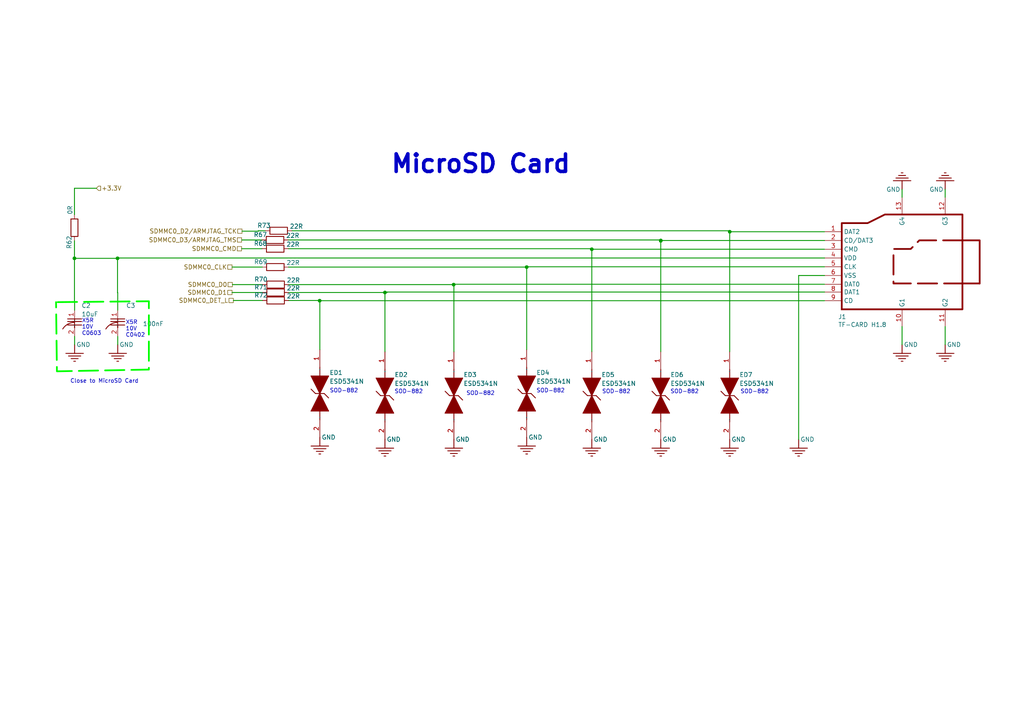
<source format=kicad_sch>
(kicad_sch (version 20231120) (generator "eeschema") (generator_version "8.0")
  (paper "A4")
  (lib_symbols
    (symbol "Device:R" (pin_numbers hide) (pin_names (offset 0))
      (property "Reference" "R" (at 2.032 0 90))
      (property "Value" "R" (at 0 0 90))
      (symbol "R_0_1"
        (rectangle (start -1.016 -2.54) (end 1.016 2.54) (stroke (width 0.254)))
      )
      (symbol "R_1_1"
        (pin passive line (at 0 3.81 270) (length 1.27) (name "~") (number "1"))
        (pin passive line (at 0 -3.81 90) (length 1.27) (name "~") (number "2"))
      )
    )
    (symbol "cm3568 LPDDR4-altium-import:GND" (power)
      (property "Reference" "#PWR" (at 0 0 0))
      (property "Value" "GND" (at 0 6.35 0))
      (symbol "GND_0_0"
        (polyline (pts (xy -2.54 -2.54) (xy 2.54 -2.54)) (stroke (width 0.254)))
        (polyline (pts (xy -1.778 -3.302) (xy 1.778 -3.302)) (stroke (width 0.254)))
        (polyline (pts (xy -1.016 -4.064) (xy 1.016 -4.064)) (stroke (width 0.254)))
        (polyline (pts (xy -0.254 -4.826) (xy 0.254 -4.826)) (stroke (width 0.254)))
        (polyline (pts (xy 0 0) (xy 0 -2.54)) (stroke (width 0.254)))
        (pin power_in line (at 0 0 0) (length 0) (name "GND") (number ""))
      )
    )
    (symbol "cm3568 LPDDR4-altium-import:root_0_TFP09-2-12B"
      (symbol "root_0_TFP09-2-12B_1_0"
        (polyline (pts (xy 45 -15) (xy 40 -15)) (stroke (width 0.508)))
        (polyline (pts (xy 40 -2.5) (xy 45 -2.5) (xy 45 -15)) (stroke (width 0.508)))
        (polyline (pts (xy 40 -2.5) (xy 27.5 -2.5) (xy 25 -5) (xy 20 -5) (xy 20 -15) (xy 40 -15)) (stroke (width 0.508) (type dash)))
        (polyline (pts (xy 5 -22.5) (xy 5 2.5) (xy 12.5 2.5) (xy 17.5 5) (xy 40 5) (xy 40 -22.5) (xy 5 -22.5)) (stroke (width 0.508)))
        (pin passive line (at 0 0 0) (length 5.08) (name "DAT2") (number "1"))
        (pin passive line (at 22.5 -27.5 90) (length 5.08) (name "G1") (number "10"))
        (pin passive line (at 35 -27.5 90) (length 5.08) (name "G2") (number "11"))
        (pin passive line (at 35 10 270) (length 5.08) (name "G3") (number "12"))
        (pin passive line (at 22.5 10 270) (length 5.08) (name "G4") (number "13"))
        (pin passive line (at 0 -2.54 0) (length 5.08) (name "CD/DAT3") (number "2"))
        (pin passive line (at 0 -5.08 0) (length 5.08) (name "CMD") (number "3"))
        (pin passive line (at 0 -7.62 0) (length 5.08) (name "VDD") (number "4"))
        (pin passive line (at 0 -10.16 0) (length 5.08) (name "CLK") (number "5"))
        (pin passive line (at 0 -12.7 0) (length 5.08) (name "VSS") (number "6"))
        (pin passive line (at 0 -15.24 0) (length 5.08) (name "DAT0") (number "7"))
        (pin passive line (at 0 -17.5 0) (length 5.08) (name "DAT1") (number "8"))
        (pin passive line (at 0 -20 0) (length 5.08) (name "CD") (number "9"))
      )
    )
    (symbol "cm3568 LPDDR4-altium-import:root_3_C0201_100nF"
      (symbol "root_3_C0201_100nF_1_0"
        (arc (start -4.5103 -1.5255) (mid -5.3375 -2.132) (end -5.9865 -2.9264) (stroke (width 0.254)))
        (arc (start -2.54 -1.016) (mid -3.5575 -1.1454) (end -4.5103 -1.5255) (stroke (width 0.254)))
        (polyline (pts (xy -4.572 -0.762) (xy -0.508 -0.762)) (stroke (width 0.254)))
        (polyline (pts (xy -4.572 0) (xy -0.508 0)) (stroke (width 0.254)))
        (polyline (pts (xy -2.54 -2.54) (xy -2.54 -1.778)) (stroke (width 0.254)))
        (polyline (pts (xy -2.54 -1.016) (xy -2.54 -2.54)) (stroke (width 0.254)))
        (polyline (pts (xy -2.54 0) (xy -2.54 -0.762)) (stroke (width 0.254)))
        (polyline (pts (xy -0.508 -1.778) (xy -4.572 -1.778)) (stroke (width 0.254)))
        (pin passive line (at -2.54 2.54 270) (length 2.54) (name "1") (number "1"))
        (pin passive line (at -2.54 -5.08 90) (length 2.54) (name "2") (number "2"))
      )
    )
    (symbol "cm3568 LPDDR4-altium-import:root_3_C0603_10uF"
      (symbol "root_3_C0603_10uF_1_0"
        (arc (start -4.5103 -1.5255) (mid -5.3375 -2.132) (end -5.9865 -2.9264) (stroke (width 0.254)))
        (arc (start -2.54 -1.016) (mid -3.5575 -1.1454) (end -4.5103 -1.5255) (stroke (width 0.254)))
        (polyline (pts (xy -4.572 -0.762) (xy -0.508 -0.762)) (stroke (width 0.254)))
        (polyline (pts (xy -4.572 0) (xy -0.508 0)) (stroke (width 0.254)))
        (polyline (pts (xy -2.54 -2.54) (xy -2.54 -1.778)) (stroke (width 0.254)))
        (polyline (pts (xy -2.54 -1.016) (xy -2.54 -2.54)) (stroke (width 0.254)))
        (polyline (pts (xy -2.54 0) (xy -2.54 -0.762)) (stroke (width 0.254)))
        (polyline (pts (xy -0.508 -1.778) (xy -4.572 -1.778)) (stroke (width 0.254)))
        (pin passive line (at -2.54 2.54 270) (length 2.54) (name "1") (number "1"))
        (pin passive line (at -2.54 -5.08 90) (length 2.54) (name "2") (number "2"))
      )
    )
    (symbol "cm3568 LPDDR4-altium-import:root_3_ESD0402_1xD5"
      (symbol "root_3_ESD0402_1xD5_1_0"
        (polyline (pts (xy -2.54 -5.08) (xy 0 0)) (stroke (width 0.254)))
        (polyline (pts (xy -2.54 5.08) (xy 0 0)) (stroke (width 0.254)))
        (polyline (pts (xy -1.27 0) (xy -2.54 1.27)) (stroke (width 0.254)))
        (polyline (pts (xy 0 -5.08) (xy 0 -7.62)) (stroke (width 0.254)))
        (polyline (pts (xy 0 0) (xy 2.54 -5.08)) (stroke (width 0.254)))
        (polyline (pts (xy 0 5.08) (xy 0 7.62)) (stroke (width 0.254)))
        (polyline (pts (xy 1.27 0) (xy -1.27 0)) (stroke (width 0.254)))
        (polyline (pts (xy 1.27 0) (xy 2.54 -1.27)) (stroke (width 0.254)))
        (polyline (pts (xy 2.54 -5.08) (xy -2.54 -5.08)) (stroke (width 0.254)))
        (polyline (pts (xy 2.54 5.08) (xy -2.54 5.08)) (stroke (width 0.254)))
        (polyline (pts (xy 2.54 5.08) (xy 0 0)) (stroke (width 0.254)))
        (polyline (pts (xy 0 -0.254) (xy 2.54 -5.08) (xy -2.54 -5.08) (xy 0 -0.254)) (stroke (width -0.0001)) (fill (type outline)))
        (polyline (pts (xy 2.54 5.08) (xy -2.54 5.08) (xy 0 0) (xy 2.54 5.08) (xy 2.54 5.08)) (stroke (width -0.0001)) (fill (type outline)))
        (pin passive line (at 0 12.7 270) (length 5.08) (name "1") (number "1"))
        (pin passive line (at 0 -12.7 90) (length 5.08) (name "2") (number "2"))
      )
    )
  )
  (junction (at 111.644 84.836))
  (junction (at 191.644 69.85))
  (junction (at 171.644 72.292))
  (junction (at 21.59 74.93))
  (junction (at 152.762 77.47))
  (junction (at 34.09 74.93))
  (junction (at 92.71 87.212))
  (junction (at 191.644 69.752))
  (junction (at 131.572 82.55))
  (junction (at 211.644 67.212))
  (wire (pts (xy 211.644 67.212) (xy 211.644 66.9316)) (stroke (width 0.254)))
  (wire (pts (xy 27.94 54.61) (xy 21.59 54.61)) (stroke (width 0.254)))
  (wire (pts (xy 70.104 69.596) (xy 75.9609 69.596)) (stroke (width 0.254)))
  (wire (pts (xy 21.644 87.412) (xy 21.644 89.952)) (stroke (width 0.254)))
  (wire (pts (xy 239.144 67.212) (xy 211.644 67.212)) (stroke (width 0.254)))
  (wire (pts (xy 191.644 69.596) (xy 191.644 69.752)) (stroke (width 0.254)))
  (wire (pts (xy 83.5809 69.596) (xy 191.644 69.596)) (stroke (width 0.254)))
  (wire (pts (xy 92.71 87.212) (xy 239.144 87.212)) (stroke (width 0.254)))
  (wire (pts (xy 67.4 82.55) (xy 76.128 82.55)) (stroke (width 0.254)))
  (wire (pts (xy 153.108 77.372) (xy 239.144 77.372)) (stroke (width 0.254)))
  (wire (pts (xy 131.572 82.55) (xy 131.644 82.55)) (stroke (width 0.254)))
  (wire (pts (xy 34.09 74.832) (xy 34.09 74.93)) (stroke (width 0.254)))
  (wire (pts (xy 92.71 87.15) (xy 83.748 87.15)) (stroke (width 0.254)))
  (wire (pts (xy 77.0109 66.9316) (xy 74.93 66.9316)) (stroke (width 0.254)))
  (wire (pts (xy 171.644 72.292) (xy 171.45 72.292)) (stroke (width 0.254)))
  (wire (pts (xy 34.144 97.572) (xy 34.144 99.952)) (stroke (width 0.254)))
  (wire (pts (xy 21.59 74.93) (xy 34.09 74.93)) (stroke (width 0.254)))
  (wire (pts (xy 34.09 74.93) (xy 34.09 84.872)) (stroke (width 0.254)))
  (wire (pts (xy 67.31 77.47) (xy 76.0561 77.47)) (stroke (width 0.254)))
  (wire (pts (xy 191.644 69.85) (xy 191.736 69.85)) (stroke (width 0.254)))
  (wire (pts (xy 21.59 54.61) (xy 21.59 62.23)) (stroke (width 0.254)))
  (wire (pts (xy 74.93 66.9316) (xy 74.93 67.056)) (stroke (width 0.254)))
  (wire (pts (xy 153.108 77.47) (xy 153.108 77.372)) (stroke (width 0.254)))
  (wire (pts (xy 112.244 84.712) (xy 239.144 84.712)) (stroke (width 0.254)))
  (wire (pts (xy 152.762 77.47) (xy 153.108 77.47)) (stroke (width 0.254)))
  (wire (pts (xy 76.128 87.15) (xy 67.6785 87.15)) (stroke (width 0.254)))
  (wire (pts (xy 274.144 99.952) (xy 274.144 94.712)) (stroke (width 0.254)))
  (wire (pts (xy 239.144 79.912) (xy 231.644 79.912)) (stroke (width 0.254)))
  (wire (pts (xy 239.144 69.752) (xy 191.644 69.752)) (stroke (width 0.254)))
  (wire (pts (xy 92.71 87.15) (xy 92.71 87.212)) (stroke (width 0.254)))
  (wire (pts (xy 152.762 101.44) (xy 152.762 77.47)) (stroke (width 0.254)))
  (wire (pts (xy 191.644 69.752) (xy 191.644 69.85)) (stroke (width 0.254)))
  (wire (pts (xy 211.644 102.052) (xy 211.644 67.212)) (stroke (width 0.254)))
  (wire (pts (xy 83.6761 77.47) (xy 152.762 77.47)) (stroke (width 0.254)))
  (wire (pts (xy 92.762 87.376) (xy 92.71 87.376)) (stroke (width 0.254)))
  (wire (pts (xy 211.644 66.9316) (xy 84.6309 66.9316)) (stroke (width 0.254)))
  (wire (pts (xy 112.244 84.836) (xy 112.244 84.712)) (stroke (width 0.254)))
  (wire (pts (xy 83.748 82.55) (xy 131.572 82.55)) (stroke (width 0.254)))
  (wire (pts (xy 274.144 54.952) (xy 274.144 57.212)) (stroke (width 0.254)))
  (wire (pts (xy 171.45 72.292) (xy 171.45 72.136)) (stroke (width 0.254)))
  (wire (pts (xy 21.59 74.93) (xy 21.59 69.85)) (stroke (width 0.254)))
  (wire (pts (xy 261.644 99.952) (xy 261.644 94.712)) (stroke (width 0.254)))
  (wire (pts (xy 131.644 82.55) (xy 131.644 102.052)) (stroke (width 0.254)))
  (wire (pts (xy 83.748 84.836) (xy 111.644 84.836)) (stroke (width 0.254)))
  (wire (pts (xy 131.572 82.452) (xy 131.572 82.55)) (stroke (width 0.254)))
  (wire (pts (xy 171.644 102.052) (xy 171.644 72.292)) (stroke (width 0.254)))
  (wire (pts (xy 92.71 87.376) (xy 92.71 87.212)) (stroke (width 0.254)))
  (wire (pts (xy 239.144 82.452) (xy 131.572 82.452)) (stroke (width 0.254)))
  (wire (pts (xy 171.45 72.136) (xy 83.6288 72.136)) (stroke (width 0.254)))
  (wire (pts (xy 239.144 74.832) (xy 34.09 74.832)) (stroke (width 0.254)))
  (wire (pts (xy 21.59 87.412) (xy 21.644 87.412)) (stroke (width 0.254)))
  (wire (pts (xy 171.644 72.292) (xy 239.144 72.292)) (stroke (width 0.254)))
  (wire (pts (xy 21.59 74.93) (xy 21.59 87.412)) (stroke (width 0.254)))
  (wire (pts (xy 191.644 69.85) (xy 191.644 102.052)) (stroke (width 0.254)))
  (wire (pts (xy 111.644 102.052) (xy 111.644 84.836)) (stroke (width 0.254)))
  (wire (pts (xy 231.644 79.912) (xy 231.644 127.452)) (stroke (width 0.254)))
  (wire (pts (xy 34.144 84.872) (xy 34.144 89.952)) (stroke (width 0.254)))
  (wire (pts (xy 111.644 84.836) (xy 112.244 84.836)) (stroke (width 0.254)))
  (wire (pts (xy 261.644 54.952) (xy 261.644 57.212)) (stroke (width 0.254)))
  (wire (pts (xy 76.0088 72.136) (xy 70.072 72.136)) (stroke (width 0.254)))
  (wire (pts (xy 67.31 84.836) (xy 76.128 84.836)) (stroke (width 0.254)))
  (wire (pts (xy 34.09 84.872) (xy 34.144 84.872)) (stroke (width 0.254)))
  (wire (pts (xy 21.644 97.572) (xy 21.644 99.952)) (stroke (width 0.254)))
  (wire (pts (xy 92.762 101.44) (xy 92.762 87.376)) (stroke (width 0.254)))
  (wire (pts (xy 74.93 67.056) (xy 70.204 67.056)) (stroke (width 0.254)))
  (polyline (pts (xy 16.764 87.63) (xy 43.18 87.376) (xy 43.18 107.188) (xy 16.51 107.696) (xy 16.256 87.63)) (stroke (width 0.508) (type dash) (color 0 255 0 1)))
  (text_box "SOD-882" (at 193.548 111.916 0) (size 15 3.048) (stroke (width -0.0001) (color 0 0 0 1)) (effects (font (size 1.143 1.143)) (justify left top)))
  (text_box "SOD-882" (at 154.686 111.662 0) (size 15 3.048) (stroke (width -0.0001) (color 0 0 0 1)) (effects (font (size 1.143 1.143)) (justify left top)))
  (text_box "SOD-882" (at 94.742 111.662 0) (size 15 3.048) (stroke (width -0.0001) (color 0 0 0 1)) (effects (font (size 1.143 1.143)) (justify left top)))
  (text_box "X5R\n10V\nC0603" (at 22.86 91.342 0) (size 7.5 8.138) (stroke (width -0.0001) (color 0 0 0 1)) (effects (font (size 1.143 1.143)) (justify left top)))
  (text_box "" (at 134.098 111.6 0) (size 15 3.048) (stroke (width -0.0001) (color 0 0 0 1)) (effects (font (size 1.143 1.143)) (justify left top)))
  (text_box "SOD-882" (at 213.868 111.916 0) (size 15 3.048) (stroke (width -0.0001) (color 0 0 0 1)) (effects (font (size 1.143 1.143)) (justify left top)))
  (text_box "Close to MicroSD Card" (at 42.672 108.874 0) (size -23.192 3.138) (stroke (width -0.0001) (color 0 0 0 1)) (effects (font (size 1.143 1.143)) (justify left top)))
  (text_box "SOD-882" (at 113.538 111.916 0) (size 15 3.048) (stroke (width -0.0001) (color 0 0 0 1)) (effects (font (size 1.143 1.143)) (justify left top)))
  (text_box "SOD-882" (at 134.366 112.424 0) (size 15 3.048) (stroke (width -0.0001) (color 0 0 0 1)) (effects (font (size 1.143 1.143)) (justify left top)))
  (text_box "X5R\n10V\nC0402\n" (at 35.56 91.85 0) (size 7.5 8.138) (stroke (width -0.0001) (color 0 0 0 1)) (effects (font (size 1.143 1.143)) (justify left top)))
  (text_box "SOD-882" (at 173.736 111.916 0) (size 15 3.048) (stroke (width -0.0001) (color 0 0 0 1)) (effects (font (size 1.143 1.143)) (justify left top)))
  (text_box "MicroSD Card" (at 109.22 40.64 0) (size 71.12 21.59) (stroke (width -0.0001) (color 0 0 0 1)) (effects (font (size 5.08 5.08) (bold yes)) (justify left top)))
  (label "" (at 46.228 77.47 0))
  (hierarchical_label "SDMMC0_D3/ARMJTAG_TMS" (shape passive) (at 70.104 69.596 180))
  (hierarchical_label "+3.3V" (shape input) (at 27.94 54.61 0))
  (hierarchical_label "SDMMC0_D0" (shape passive) (at 67.4 82.55 180))
  (hierarchical_label "SDMMC0_D2/ARMJTAG_TCK" (shape passive) (at 70.204 67.056 180))
  (hierarchical_label "SDMMC0_DET_L" (shape passive) (at 67.6785 87.15 180))
  (hierarchical_label "SDMMC0_CMD" (shape passive) (at 70.072 72.136 180))
  (hierarchical_label "SDMMC0_CLK" (shape passive) (at 67.31 77.47 180))
  (hierarchical_label "SDMMC0_D1" (shape passive) (at 67.31 84.836 180))
  (symbol (lib_id "cm3568 LPDDR4-altium-import:root_3_ESD0402_1xD5") (at 171.644 114.752 0) (unit 1)
    (property "Reference" "ED5" (at 174.438 109.418 0) (effects (justify left bottom)))
    (property "Value" "ESD5341N" (at 174.438 111.958 0) (effects (justify left bottom)))
    (property "Footprint" "Footprint Library:ESD5341N" (effects (hide yes)))
    (property "MPN" "ESD5341N" (effects (hide yes)))
  )
  (symbol (lib_id "Device:R") (at 79.938 82.55 90) (unit 1)
    (property "Reference" "R70" (at 75.6856 81.026 90))
    (property "Value" "22R" (at 85.0836 81.28 90))
    (property "Footprint" "Resistor_SMD:R_0603_1608Metric" (effects (hide yes)))
    (property "Description" "Resistor" (effects (hide yes)))
    (property "MPN" "0603WAF220JT5E" (effects (hide yes)))
  )
  (symbol (lib_id "cm3568 LPDDR4-altium-import:GND") (at 211.644 127.452 0) (unit 1)
    (property "Reference" "#PWR034" (effects (hide yes)))
    (property "Value" "GND" (effects (hide yes)))
  )
  (symbol (lib_id "cm3568 LPDDR4-altium-import:root_3_ESD0402_1xD5") (at 191.644 114.752 0) (unit 1)
    (property "Reference" "ED6" (at 194.438 109.418 0) (effects (justify left bottom)))
    (property "Value" "ESD5341N" (at 194.438 111.958 0) (effects (justify left bottom)))
    (property "Footprint" "Footprint Library:ESD5341N" (effects (hide yes)))
    (property "MPN" "ESD5341N" (effects (hide yes)))
  )
  (symbol (lib_id "cm3568 LPDDR4-altium-import:root_3_ESD0402_1xD5") (at 111.644 114.752 0) (unit 1)
    (property "Reference" "ED2" (at 114.438 109.418 0) (effects (justify left bottom)))
    (property "Value" "ESD5341N" (at 114.438 111.958 0) (effects (justify left bottom)))
    (property "Footprint" "Footprint Library:ESD5341N" (effects (hide yes)))
    (property "MPN" "ESD5341N" (effects (hide yes)))
  )
  (symbol (lib_id "Device:R") (at 79.8188 72.136 90) (unit 1)
    (property "Reference" "R68" (at 75.5664 70.612 90))
    (property "Value" "22R" (at 84.9644 70.866 90))
    (property "Footprint" "Resistor_SMD:R_0603_1608Metric" (effects (hide yes)))
    (property "Description" "Resistor" (effects (hide yes)))
    (property "MPN" "0603WAF220JT5E" (effects (hide yes)))
  )
  (symbol (lib_id "cm3568 LPDDR4-altium-import:GND") (at 131.644 127.452 0) (unit 1)
    (property "Reference" "#PWR030" (effects (hide yes)))
    (property "Value" "GND" (effects (hide yes)))
  )
  (symbol (lib_id "cm3568 LPDDR4-altium-import:root_0_TFP09-2-12B") (at 239.144 67.212 0) (unit 1)
    (property "Reference" "J1" (at 243.078 92.612 0) (effects (justify left bottom)))
    (property "Value" "TF-CARD H1.8" (at 243.078 94.898 0) (effects (justify left bottom)))
    (property "Footprint" "HDMI 2.0 TX:TF-CARD H1.8" (effects (hide yes)))
    (property "DATASHEET LINK" "http://images.100y.com.tw/pdf_file/10-TFP09-2-12B.pdf" (effects (hide yes)))
    (property "HEIGHT" "2.45mm" (effects (hide yes)))
    (property "MANUFACTURER_NAME" "100y" (effects (hide yes)))
    (property "MANUFACTURER_PART_NUMBER" "TFP09-2-12B" (effects (hide yes)))
    (property "MPN" "TF 卡座 铜壳" (effects (hide yes)))
  )
  (symbol (lib_id "Device:R") (at 80.8209 66.9316 90) (unit 1)
    (property "Reference" "R73" (at 76.5685 65.4076 90))
    (property "Value" "22R" (at 85.9665 65.6616 90))
    (property "Footprint" "Resistor_SMD:R_0603_1608Metric" (effects (hide yes)))
    (property "Description" "Resistor" (effects (hide yes)))
    (property "MPN" "0603WAF220JT5E" (effects (hide yes)))
  )
  (symbol (lib_id "cm3568 LPDDR4-altium-import:GND") (at 111.644 127.452 0) (unit 1)
    (property "Reference" "#PWR029" (effects (hide yes)))
    (property "Value" "GND" (effects (hide yes)))
  )
  (symbol (lib_id "cm3568 LPDDR4-altium-import:GND") (at 191.644 127.452 0) (unit 1)
    (property "Reference" "#PWR033" (effects (hide yes)))
    (property "Value" "GND" (effects (hide yes)))
  )
  (symbol (lib_id "cm3568 LPDDR4-altium-import:GND") (at 171.644 127.452 0) (unit 1)
    (property "Reference" "#PWR032" (effects (hide yes)))
    (property "Value" "GND" (effects (hide yes)))
  )
  (symbol (lib_id "cm3568 LPDDR4-altium-import:GND") (at 231.644 127.452 0) (unit 1)
    (property "Reference" "#PWR035" (effects (hide yes)))
    (property "Value" "GND" (effects (hide yes)))
  )
  (symbol (lib_id "Device:R") (at 21.59 66.04 180) (unit 1)
    (property "Reference" "R62" (at 20.066 70.2924 90))
    (property "Value" "0R" (at 20.32 60.8944 90))
    (property "Footprint" "Resistor_SMD:R_0603_1608Metric" (effects (hide yes)))
    (property "Description" "Resistor" (effects (hide yes)))
    (property "MPN" "0603WAF0000T5E" (effects (hide yes)))
  )
  (symbol (lib_id "cm3568 LPDDR4-altium-import:root_3_C0603_10uF") (at 24.184 92.492 0) (unit 1)
    (property "Reference" "C2" (at 23.622 89.35 0) (effects (justify left bottom)))
    (property "Value" "10uF " (at 23.622 91.85 0) (effects (justify left bottom)))
    (property "Footprint" "Capacitor_SMD:C_0603_1608Metric" (effects (hide yes)))
    (property "MPN" "CL10A106MO8NQNC" (effects (hide yes)))
  )
  (symbol (lib_id "cm3568 LPDDR4-altium-import:GND") (at 274.144 99.952 0) (unit 1)
    (property "Reference" "#PWR048" (effects (hide yes)))
    (property "Value" "GND" (effects (hide yes)))
  )
  (symbol (lib_id "cm3568 LPDDR4-altium-import:root_3_ESD0402_1xD5") (at 92.762 114.14 0) (unit 1)
    (property "Reference" "ED1" (at 95.556 108.806 0) (effects (justify left bottom)))
    (property "Value" "ESD5341N" (at 95.556 111.346 0) (effects (justify left bottom)))
    (property "Footprint" "Footprint Library:ESD5341N" (effects (hide yes)))
    (property "MPN" "ESD5341N" (effects (hide yes)))
  )
  (symbol (lib_id "cm3568 LPDDR4-altium-import:root_3_C0201_100nF") (at 36.684 92.492 0) (unit 1)
    (property "Reference" "C3" (at 36.576 89.35 0) (effects (justify left bottom)))
    (property "Value" "100nF " (at 41.402 94.644 0) (effects (justify left bottom)))
    (property "Footprint" "Capacitor_SMD:C_0402_1005Metric" (effects (hide yes)))
    (property "MPN" "CC0402KRX7R7BB104" (effects (hide yes)))
  )
  (symbol (lib_id "cm3568 LPDDR4-altium-import:GND") (at 261.644 54.952 180) (unit 1)
    (property "Reference" "#PWR043" (effects (hide yes)))
    (property "Value" "GND" (effects (hide yes)))
  )
  (symbol (lib_id "cm3568 LPDDR4-altium-import:GND") (at 274.144 54.952 180) (unit 1)
    (property "Reference" "#PWR047" (effects (hide yes)))
    (property "Value" "GND" (effects (hide yes)))
  )
  (symbol (lib_id "Device:R") (at 79.8661 77.47 90) (unit 1)
    (property "Reference" "R69" (at 75.6137 75.946 90))
    (property "Value" "22R" (at 85.0117 76.2 90))
    (property "Footprint" "Resistor_SMD:R_0603_1608Metric" (effects (hide yes)))
    (property "Description" "Resistor" (effects (hide yes)))
    (property "MPN" "0603WAF220JT5E" (effects (hide yes)))
  )
  (symbol (lib_id "Device:R") (at 79.7709 69.596 90) (unit 1)
    (property "Reference" "R67" (at 75.5185 68.072 90))
    (property "Value" "22R" (at 84.9165 68.326 90))
    (property "Footprint" "Resistor_SMD:R_0603_1608Metric" (effects (hide yes)))
    (property "Description" "Resistor" (effects (hide yes)))
    (property "MPN" "0603WAF220JT5E" (effects (hide yes)))
  )
  (symbol (lib_id "cm3568 LPDDR4-altium-import:GND") (at 152.762 126.84 0) (unit 1)
    (property "Reference" "#PWR031" (effects (hide yes)))
    (property "Value" "GND" (effects (hide yes)))
  )
  (symbol (lib_id "cm3568 LPDDR4-altium-import:GND") (at 261.644 99.952 0) (unit 1)
    (property "Reference" "#PWR046" (effects (hide yes)))
    (property "Value" "GND" (effects (hide yes)))
  )
  (symbol (lib_id "cm3568 LPDDR4-altium-import:GND") (at 92.762 126.84 0) (unit 1)
    (property "Reference" "#PWR028" (effects (hide yes)))
    (property "Value" "GND" (effects (hide yes)))
  )
  (symbol (lib_id "cm3568 LPDDR4-altium-import:root_3_ESD0402_1xD5") (at 152.762 114.14 0) (unit 1)
    (property "Reference" "ED4" (at 155.556 108.806 0) (effects (justify left bottom)))
    (property "Value" "ESD5341N" (at 155.556 111.346 0) (effects (justify left bottom)))
    (property "Footprint" "Footprint Library:ESD5341N" (effects (hide yes)))
    (property "MPN" "ESD5341N" (effects (hide yes)))
  )
  (symbol (lib_id "Device:R") (at 79.938 84.836 90) (unit 1)
    (property "Reference" "R71" (at 75.6856 83.312 90))
    (property "Value" "22R" (at 85.0836 83.566 90))
    (property "Footprint" "Resistor_SMD:R_0603_1608Metric" (effects (hide yes)))
    (property "Description" "Resistor" (effects (hide yes)))
    (property "MPN" "0603WAF220JT5E" (effects (hide yes)))
  )
  (symbol (lib_id "cm3568 LPDDR4-altium-import:GND") (at 21.644 99.952 0) (unit 1)
    (property "Reference" "#PWR026" (effects (hide yes)))
    (property "Value" "GND" (effects (hide yes)))
  )
  (symbol (lib_id "Device:R") (at 79.938 87.15 90) (unit 1)
    (property "Reference" "R72" (at 75.6856 85.626 90))
    (property "Value" "22R" (at 85.0836 85.88 90))
    (property "Footprint" "Resistor_SMD:R_0603_1608Metric" (effects (hide yes)))
    (property "Description" "Resistor" (effects (hide yes)))
    (property "MPN" "0603WAF220JT5E" (effects (hide yes)))
  )
  (symbol (lib_id "cm3568 LPDDR4-altium-import:root_3_ESD0402_1xD5") (at 131.644 114.752 0) (unit 1)
    (property "Reference" "ED3" (at 134.438 109.418 0) (effects (justify left bottom)))
    (property "Value" "ESD5341N" (at 134.438 111.958 0) (effects (justify left bottom)))
    (property "Footprint" "Footprint Library:ESD5341N" (effects (hide yes)))
    (property "MPN" "ESD5341N" (effects (hide yes)))
  )
  (symbol (lib_id "cm3568 LPDDR4-altium-import:GND") (at 34.144 99.952 0) (unit 1)
    (property "Reference" "#PWR027" (effects (hide yes)))
    (property "Value" "GND" (effects (hide yes)))
  )
  (symbol (lib_id "cm3568 LPDDR4-altium-import:root_3_ESD0402_1xD5") (at 211.644 114.752 0) (unit 1)
    (property "Reference" "ED7" (at 214.438 109.418 0) (effects (justify left bottom)))
    (property "Value" "ESD5341N" (at 214.438 111.958 0) (effects (justify left bottom)))
    (property "Footprint" "Footprint Library:ESD5341N" (effects (hide yes)))
    (property "MPN" "ESD5341N" (effects (hide yes)))
  )
)
</source>
